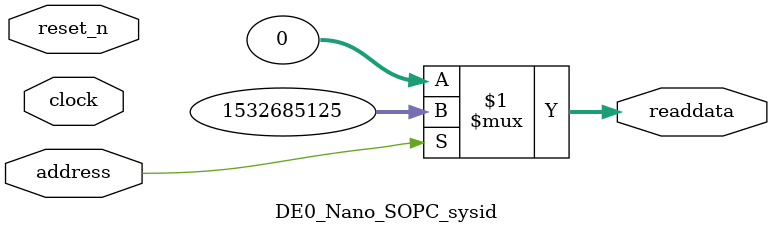
<source format=v>



// synthesis translate_off
`timescale 1ns / 1ps
// synthesis translate_on

// turn off superfluous verilog processor warnings 
// altera message_level Level1 
// altera message_off 10034 10035 10036 10037 10230 10240 10030 

module DE0_Nano_SOPC_sysid (
               // inputs:
                address,
                clock,
                reset_n,

               // outputs:
                readdata
             )
;

  output  [ 31: 0] readdata;
  input            address;
  input            clock;
  input            reset_n;

  wire    [ 31: 0] readdata;
  //control_slave, which is an e_avalon_slave
  assign readdata = address ? 1532685125 : 0;

endmodule



</source>
